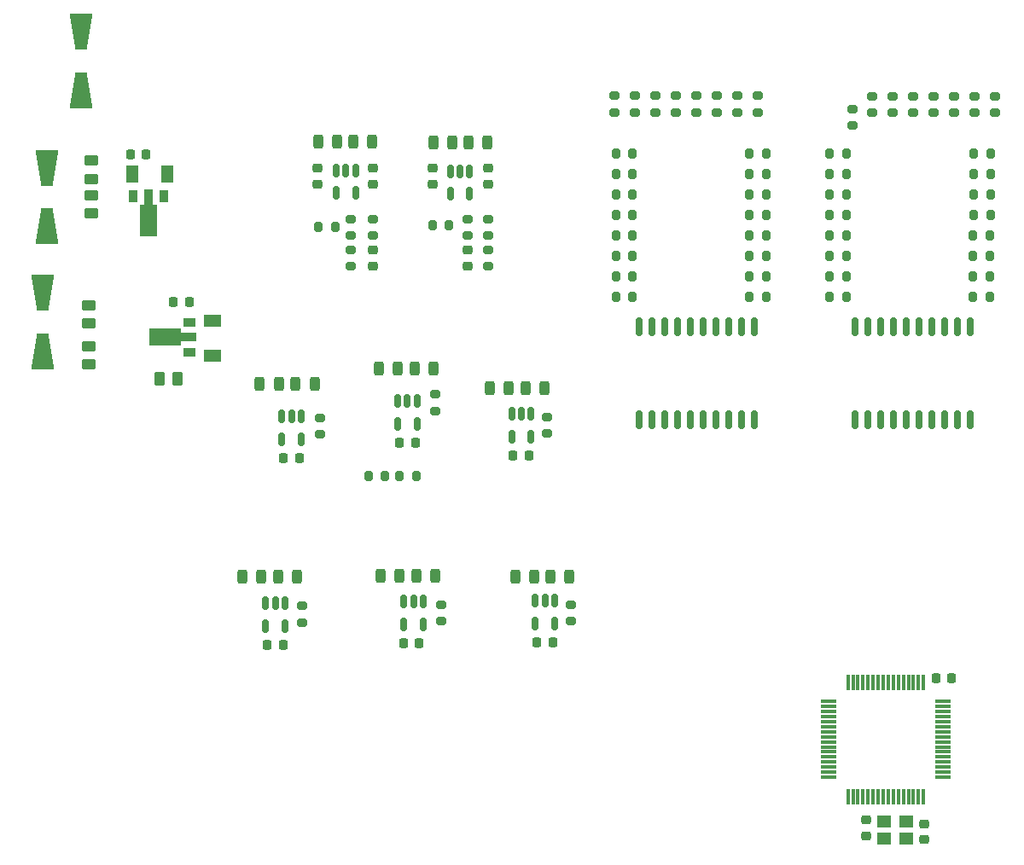
<source format=gbr>
%TF.GenerationSoftware,KiCad,Pcbnew,(6.0.5)*%
%TF.CreationDate,2022-06-26T15:42:30+08:00*%
%TF.ProjectId,lkt100a1,6c6b7431-3030-4613-912e-6b696361645f,rev?*%
%TF.SameCoordinates,Original*%
%TF.FileFunction,Paste,Bot*%
%TF.FilePolarity,Positive*%
%FSLAX46Y46*%
G04 Gerber Fmt 4.6, Leading zero omitted, Abs format (unit mm)*
G04 Created by KiCad (PCBNEW (6.0.5)) date 2022-06-26 15:42:30*
%MOMM*%
%LPD*%
G01*
G04 APERTURE LIST*
G04 Aperture macros list*
%AMRoundRect*
0 Rectangle with rounded corners*
0 $1 Rounding radius*
0 $2 $3 $4 $5 $6 $7 $8 $9 X,Y pos of 4 corners*
0 Add a 4 corners polygon primitive as box body*
4,1,4,$2,$3,$4,$5,$6,$7,$8,$9,$2,$3,0*
0 Add four circle primitives for the rounded corners*
1,1,$1+$1,$2,$3*
1,1,$1+$1,$4,$5*
1,1,$1+$1,$6,$7*
1,1,$1+$1,$8,$9*
0 Add four rect primitives between the rounded corners*
20,1,$1+$1,$2,$3,$4,$5,0*
20,1,$1+$1,$4,$5,$6,$7,0*
20,1,$1+$1,$6,$7,$8,$9,0*
20,1,$1+$1,$8,$9,$2,$3,0*%
%AMOutline4P*
0 Free polygon, 4 corners , with rotation*
0 The origin of the aperture is its center*
0 number of corners: always 4*
0 $1 to $8 corner X, Y*
0 $9 Rotation angle, in degrees counterclockwise*
0 create outline with 4 corners*
4,1,4,$1,$2,$3,$4,$5,$6,$7,$8,$1,$2,$9*%
%AMFreePoly0*
4,1,9,3.862500,-0.866500,0.737500,-0.866500,0.737500,-0.450000,-0.737500,-0.450000,-0.737500,0.450000,0.737500,0.450000,0.737500,0.866500,3.862500,0.866500,3.862500,-0.866500,3.862500,-0.866500,$1*%
G04 Aperture macros list end*
%ADD10RoundRect,0.200000X0.275000X-0.200000X0.275000X0.200000X-0.275000X0.200000X-0.275000X-0.200000X0*%
%ADD11RoundRect,0.200000X-0.275000X0.200000X-0.275000X-0.200000X0.275000X-0.200000X0.275000X0.200000X0*%
%ADD12RoundRect,0.200000X-0.200000X-0.275000X0.200000X-0.275000X0.200000X0.275000X-0.200000X0.275000X0*%
%ADD13RoundRect,0.250000X-0.262500X-0.450000X0.262500X-0.450000X0.262500X0.450000X-0.262500X0.450000X0*%
%ADD14R,0.900000X1.300000*%
%ADD15FreePoly0,270.000000*%
%ADD16RoundRect,0.150000X-0.150000X0.512500X-0.150000X-0.512500X0.150000X-0.512500X0.150000X0.512500X0*%
%ADD17RoundRect,0.243750X-0.243750X-0.456250X0.243750X-0.456250X0.243750X0.456250X-0.243750X0.456250X0*%
%ADD18RoundRect,0.150000X0.150000X-0.800000X0.150000X0.800000X-0.150000X0.800000X-0.150000X-0.800000X0*%
%ADD19RoundRect,0.250000X0.450000X-0.262500X0.450000X0.262500X-0.450000X0.262500X-0.450000X-0.262500X0*%
%ADD20Outline4P,-1.800000X-1.150000X1.800000X-0.550000X1.800000X0.550000X-1.800000X1.150000X270.000000*%
%ADD21Outline4P,-1.800000X-1.150000X1.800000X-0.550000X1.800000X0.550000X-1.800000X1.150000X90.000000*%
%ADD22RoundRect,0.225000X0.225000X0.250000X-0.225000X0.250000X-0.225000X-0.250000X0.225000X-0.250000X0*%
%ADD23RoundRect,0.200000X0.200000X0.275000X-0.200000X0.275000X-0.200000X-0.275000X0.200000X-0.275000X0*%
%ADD24RoundRect,0.225000X-0.250000X0.225000X-0.250000X-0.225000X0.250000X-0.225000X0.250000X0.225000X0*%
%ADD25RoundRect,0.075000X0.075000X-0.700000X0.075000X0.700000X-0.075000X0.700000X-0.075000X-0.700000X0*%
%ADD26RoundRect,0.075000X0.700000X-0.075000X0.700000X0.075000X-0.700000X0.075000X-0.700000X-0.075000X0*%
%ADD27RoundRect,0.225000X0.250000X-0.225000X0.250000X0.225000X-0.250000X0.225000X-0.250000X-0.225000X0*%
%ADD28R,1.400000X1.200000*%
%ADD29R,1.700000X1.300000*%
%ADD30R,1.300000X0.900000*%
%ADD31FreePoly0,180.000000*%
%ADD32RoundRect,0.225000X-0.225000X-0.250000X0.225000X-0.250000X0.225000X0.250000X-0.225000X0.250000X0*%
%ADD33R,1.300000X1.700000*%
G04 APERTURE END LIST*
D10*
%TO.C,R108*%
X144103600Y-62024809D03*
X144103600Y-60374809D03*
%TD*%
D11*
%TO.C,R51*%
X102756000Y-88710000D03*
X102756000Y-90360000D03*
%TD*%
%TO.C,R61*%
X103314200Y-109563400D03*
X103314200Y-111213400D03*
%TD*%
D12*
%TO.C,R99*%
X120637800Y-64820800D03*
X122287800Y-64820800D03*
%TD*%
D13*
%TO.C,R32*%
X75338300Y-87172800D03*
X77163300Y-87172800D03*
%TD*%
D10*
%TO.C,R114*%
X124587000Y-60706000D03*
X124587000Y-59056000D03*
%TD*%
D14*
%TO.C,U9*%
X72769600Y-69063600D03*
D15*
X74269600Y-69151100D03*
D14*
X75769600Y-69063600D03*
%TD*%
D16*
%TO.C,U20*%
X85892600Y-109423200D03*
X86842600Y-109423200D03*
X87792600Y-109423200D03*
X87792600Y-111698200D03*
X85892600Y-111698200D03*
%TD*%
D10*
%TO.C,R107*%
X146050000Y-60769000D03*
X146050000Y-59119000D03*
%TD*%
D17*
%TO.C,D27*%
X100878100Y-106680000D03*
X102753100Y-106680000D03*
%TD*%
D18*
%TO.C,U22*%
X134366000Y-91214000D03*
X133096000Y-91214000D03*
X131826000Y-91214000D03*
X130556000Y-91214000D03*
X129286000Y-91214000D03*
X128016000Y-91214000D03*
X126746000Y-91214000D03*
X125476000Y-91214000D03*
X124206000Y-91214000D03*
X122936000Y-91214000D03*
X122936000Y-82014000D03*
X124206000Y-82014000D03*
X125476000Y-82014000D03*
X126746000Y-82014000D03*
X128016000Y-82014000D03*
X129286000Y-82014000D03*
X130556000Y-82014000D03*
X131826000Y-82014000D03*
X133096000Y-82014000D03*
X134366000Y-82014000D03*
%TD*%
D12*
%TO.C,R100*%
X133892000Y-64770000D03*
X135542000Y-64770000D03*
%TD*%
D17*
%TO.C,D18*%
X97119500Y-86131400D03*
X98994500Y-86131400D03*
%TD*%
D19*
%TO.C,R23*%
X68580000Y-67354500D03*
X68580000Y-65529500D03*
%TD*%
D17*
%TO.C,D32*%
X102567500Y-63690000D03*
X104442500Y-63690000D03*
%TD*%
D10*
%TO.C,R115*%
X122555000Y-60706000D03*
X122555000Y-59056000D03*
%TD*%
D12*
%TO.C,R80*%
X133892000Y-74930000D03*
X135542000Y-74930000D03*
%TD*%
D16*
%TO.C,U18*%
X112654000Y-109200100D03*
X113604000Y-109200100D03*
X114554000Y-109200100D03*
X114554000Y-111475100D03*
X112654000Y-111475100D03*
%TD*%
D11*
%TO.C,R54*%
X107950000Y-74359000D03*
X107950000Y-76009000D03*
%TD*%
D12*
%TO.C,R22*%
X99188000Y-96774000D03*
X100838000Y-96774000D03*
%TD*%
D20*
%TO.C,D10*%
X63754000Y-78634000D03*
D21*
X63754000Y-84434000D03*
%TD*%
D10*
%TO.C,R111*%
X130683000Y-60706000D03*
X130683000Y-59056000D03*
%TD*%
D19*
%TO.C,R19*%
X68326000Y-85748500D03*
X68326000Y-83923500D03*
%TD*%
D16*
%TO.C,U17*%
X92903000Y-66463500D03*
X93853000Y-66463500D03*
X94803000Y-66463500D03*
X94803000Y-68738500D03*
X92903000Y-68738500D03*
%TD*%
D12*
%TO.C,R79*%
X120637800Y-74980800D03*
X122287800Y-74980800D03*
%TD*%
D10*
%TO.C,R104*%
X152146000Y-60769000D03*
X152146000Y-59119000D03*
%TD*%
D12*
%TO.C,R72*%
X133892000Y-78994000D03*
X135542000Y-78994000D03*
%TD*%
D22*
%TO.C,C53*%
X87617600Y-113538000D03*
X86067600Y-113538000D03*
%TD*%
D23*
%TO.C,R28*%
X97726000Y-96774000D03*
X96076000Y-96774000D03*
%TD*%
D12*
%TO.C,R89*%
X141860000Y-74930000D03*
X143510000Y-74930000D03*
%TD*%
D24*
%TO.C,C50*%
X91059000Y-66268000D03*
X91059000Y-67818000D03*
%TD*%
D11*
%TO.C,R53*%
X91249800Y-91021400D03*
X91249800Y-92671400D03*
%TD*%
D12*
%TO.C,R71*%
X120637800Y-79044800D03*
X122287800Y-79044800D03*
%TD*%
D10*
%TO.C,R57*%
X96520000Y-72948000D03*
X96520000Y-71298000D03*
%TD*%
D16*
%TO.C,U15*%
X87505800Y-90912100D03*
X88455800Y-90912100D03*
X89405800Y-90912100D03*
X89405800Y-93187100D03*
X87505800Y-93187100D03*
%TD*%
D10*
%TO.C,R116*%
X120523000Y-60706000D03*
X120523000Y-59056000D03*
%TD*%
D17*
%TO.C,D29*%
X87149700Y-106781600D03*
X89024700Y-106781600D03*
%TD*%
D10*
%TO.C,R59*%
X94361000Y-72948000D03*
X94361000Y-71298000D03*
%TD*%
D11*
%TO.C,R62*%
X89484200Y-109715800D03*
X89484200Y-111365800D03*
%TD*%
D25*
%TO.C,U24*%
X151164800Y-128624000D03*
X150664800Y-128624000D03*
X150164800Y-128624000D03*
X149664800Y-128624000D03*
X149164800Y-128624000D03*
X148664800Y-128624000D03*
X148164800Y-128624000D03*
X147664800Y-128624000D03*
X147164800Y-128624000D03*
X146664800Y-128624000D03*
X146164800Y-128624000D03*
X145664800Y-128624000D03*
X145164800Y-128624000D03*
X144664800Y-128624000D03*
X144164800Y-128624000D03*
X143664800Y-128624000D03*
D26*
X141739800Y-126699000D03*
X141739800Y-126199000D03*
X141739800Y-125699000D03*
X141739800Y-125199000D03*
X141739800Y-124699000D03*
X141739800Y-124199000D03*
X141739800Y-123699000D03*
X141739800Y-123199000D03*
X141739800Y-122699000D03*
X141739800Y-122199000D03*
X141739800Y-121699000D03*
X141739800Y-121199000D03*
X141739800Y-120699000D03*
X141739800Y-120199000D03*
X141739800Y-119699000D03*
X141739800Y-119199000D03*
D25*
X143664800Y-117274000D03*
X144164800Y-117274000D03*
X144664800Y-117274000D03*
X145164800Y-117274000D03*
X145664800Y-117274000D03*
X146164800Y-117274000D03*
X146664800Y-117274000D03*
X147164800Y-117274000D03*
X147664800Y-117274000D03*
X148164800Y-117274000D03*
X148664800Y-117274000D03*
X149164800Y-117274000D03*
X149664800Y-117274000D03*
X150164800Y-117274000D03*
X150664800Y-117274000D03*
X151164800Y-117274000D03*
D26*
X153089800Y-119199000D03*
X153089800Y-119699000D03*
X153089800Y-120199000D03*
X153089800Y-120699000D03*
X153089800Y-121199000D03*
X153089800Y-121699000D03*
X153089800Y-122199000D03*
X153089800Y-122699000D03*
X153089800Y-123199000D03*
X153089800Y-123699000D03*
X153089800Y-124199000D03*
X153089800Y-124699000D03*
X153089800Y-125199000D03*
X153089800Y-125699000D03*
X153089800Y-126199000D03*
X153089800Y-126699000D03*
%TD*%
D19*
%TO.C,R18*%
X68326000Y-81684500D03*
X68326000Y-79859500D03*
%TD*%
D10*
%TO.C,R112*%
X128651000Y-60706000D03*
X128651000Y-59056000D03*
%TD*%
D16*
%TO.C,U13*%
X99012000Y-89337300D03*
X99962000Y-89337300D03*
X100912000Y-89337300D03*
X100912000Y-91612300D03*
X99012000Y-91612300D03*
%TD*%
D22*
%TO.C,C41*%
X74028600Y-64871600D03*
X72478600Y-64871600D03*
%TD*%
D19*
%TO.C,R24*%
X68580000Y-70761509D03*
X68580000Y-68936509D03*
%TD*%
D17*
%TO.C,D20*%
X108143100Y-88068300D03*
X110018100Y-88068300D03*
%TD*%
%TO.C,D22*%
X85308500Y-87655400D03*
X87183500Y-87655400D03*
%TD*%
D27*
%TO.C,C47*%
X105918000Y-75959000D03*
X105918000Y-74409000D03*
%TD*%
D16*
%TO.C,U16*%
X104206000Y-66553500D03*
X105156000Y-66553500D03*
X106106000Y-66553500D03*
X106106000Y-68828500D03*
X104206000Y-68828500D03*
%TD*%
D21*
%TO.C,D2*%
X67564000Y-58526000D03*
D20*
X67564000Y-52726000D03*
%TD*%
D17*
%TO.C,D28*%
X83593700Y-106781600D03*
X85468700Y-106781600D03*
%TD*%
D12*
%TO.C,R87*%
X120637800Y-70916800D03*
X122287800Y-70916800D03*
%TD*%
%TO.C,R64*%
X91123000Y-72123000D03*
X92773000Y-72123000D03*
%TD*%
%TO.C,R69*%
X141860000Y-64770000D03*
X143510000Y-64770000D03*
%TD*%
%TO.C,R84*%
X133892000Y-72898000D03*
X135542000Y-72898000D03*
%TD*%
D22*
%TO.C,C44*%
X89230800Y-94996000D03*
X87680800Y-94996000D03*
%TD*%
D12*
%TO.C,R92*%
X133892000Y-68834000D03*
X135542000Y-68834000D03*
%TD*%
D16*
%TO.C,U14*%
X110315000Y-90632700D03*
X111265000Y-90632700D03*
X112215000Y-90632700D03*
X112215000Y-92907700D03*
X110315000Y-92907700D03*
%TD*%
D11*
%TO.C,R60*%
X116194800Y-109563400D03*
X116194800Y-111213400D03*
%TD*%
D17*
%TO.C,D26*%
X97322100Y-106680000D03*
X99197100Y-106680000D03*
%TD*%
D12*
%TO.C,R76*%
X133892000Y-76962000D03*
X135542000Y-76962000D03*
%TD*%
%TO.C,R75*%
X120637800Y-77012800D03*
X122287800Y-77012800D03*
%TD*%
%TO.C,R91*%
X120637800Y-68884800D03*
X122287800Y-68884800D03*
%TD*%
D27*
%TO.C,C59*%
X145429600Y-132523600D03*
X145429600Y-130973600D03*
%TD*%
D22*
%TO.C,C43*%
X111989200Y-94818200D03*
X110439200Y-94818200D03*
%TD*%
%TO.C,C51*%
X114379000Y-113284000D03*
X112829000Y-113284000D03*
%TD*%
D10*
%TO.C,R105*%
X150114000Y-60769000D03*
X150114000Y-59119000D03*
%TD*%
D12*
%TO.C,R90*%
X156068500Y-74930000D03*
X157718500Y-74930000D03*
%TD*%
D18*
%TO.C,U21*%
X155829000Y-91214000D03*
X154559000Y-91214000D03*
X153289000Y-91214000D03*
X152019000Y-91214000D03*
X150749000Y-91214000D03*
X149479000Y-91214000D03*
X148209000Y-91214000D03*
X146939000Y-91214000D03*
X145669000Y-91214000D03*
X144399000Y-91214000D03*
X144399000Y-82014000D03*
X145669000Y-82014000D03*
X146939000Y-82014000D03*
X148209000Y-82014000D03*
X149479000Y-82014000D03*
X150749000Y-82014000D03*
X152019000Y-82014000D03*
X153289000Y-82014000D03*
X154559000Y-82014000D03*
X155829000Y-82014000D03*
%TD*%
D12*
%TO.C,R77*%
X141860000Y-68834000D03*
X143510000Y-68834000D03*
%TD*%
D17*
%TO.C,D30*%
X91137500Y-63627000D03*
X93012500Y-63627000D03*
%TD*%
D10*
%TO.C,R110*%
X132715000Y-60706000D03*
X132715000Y-59056000D03*
%TD*%
D12*
%TO.C,R82*%
X156147000Y-70866000D03*
X157797000Y-70866000D03*
%TD*%
%TO.C,R73*%
X141860000Y-66802000D03*
X143510000Y-66802000D03*
%TD*%
%TO.C,R95*%
X120637800Y-66852800D03*
X122287800Y-66852800D03*
%TD*%
%TO.C,R88*%
X133892000Y-70866000D03*
X135542000Y-70866000D03*
%TD*%
D10*
%TO.C,R113*%
X126619000Y-60706000D03*
X126619000Y-59056000D03*
%TD*%
%TO.C,R101*%
X158242000Y-60769000D03*
X158242000Y-59119000D03*
%TD*%
%TO.C,R103*%
X154178000Y-60769000D03*
X154178000Y-59119000D03*
%TD*%
D16*
%TO.C,U19*%
X99621000Y-109301700D03*
X100571000Y-109301700D03*
X101521000Y-109301700D03*
X101521000Y-111576700D03*
X99621000Y-111576700D03*
%TD*%
D12*
%TO.C,R94*%
X156068500Y-76962000D03*
X157718500Y-76962000D03*
%TD*%
%TO.C,R83*%
X120637800Y-72948800D03*
X122287800Y-72948800D03*
%TD*%
%TO.C,R86*%
X156084000Y-72898000D03*
X157734000Y-72898000D03*
%TD*%
D11*
%TO.C,R55*%
X94361000Y-74346000D03*
X94361000Y-75996000D03*
%TD*%
D10*
%TO.C,R102*%
X156210000Y-60769000D03*
X156210000Y-59119000D03*
%TD*%
D22*
%TO.C,C42*%
X100737000Y-93472000D03*
X99187000Y-93472000D03*
%TD*%
D10*
%TO.C,R58*%
X105918000Y-72961000D03*
X105918000Y-71311000D03*
%TD*%
D17*
%TO.C,D24*%
X110695500Y-106801500D03*
X112570500Y-106801500D03*
%TD*%
%TO.C,D21*%
X111699100Y-88068300D03*
X113574100Y-88068300D03*
%TD*%
%TO.C,D31*%
X94566500Y-63627000D03*
X96441500Y-63627000D03*
%TD*%
%TO.C,D19*%
X100675500Y-86131400D03*
X102550500Y-86131400D03*
%TD*%
D28*
%TO.C,Y1*%
X147236000Y-131077600D03*
X149436000Y-131077600D03*
X149436000Y-132777600D03*
X147236000Y-132777600D03*
%TD*%
D24*
%TO.C,C46*%
X96520000Y-66268000D03*
X96520000Y-67818000D03*
%TD*%
D29*
%TO.C,D16*%
X80619600Y-81409600D03*
X80619600Y-84909600D03*
%TD*%
D10*
%TO.C,R106*%
X148082000Y-60769000D03*
X148082000Y-59119000D03*
%TD*%
D17*
%TO.C,D33*%
X105996500Y-63690000D03*
X107871500Y-63690000D03*
%TD*%
D12*
%TO.C,R70*%
X156147000Y-64770000D03*
X157797000Y-64770000D03*
%TD*%
D10*
%TO.C,R109*%
X134747000Y-60706000D03*
X134747000Y-59056000D03*
%TD*%
D24*
%TO.C,C58*%
X151220800Y-131329200D03*
X151220800Y-132879200D03*
%TD*%
D17*
%TO.C,D23*%
X88864500Y-87655400D03*
X90739500Y-87655400D03*
%TD*%
D22*
%TO.C,C57*%
X153937000Y-116890800D03*
X152387000Y-116890800D03*
%TD*%
D20*
%TO.C,D9*%
X64198500Y-66230500D03*
D21*
X64198500Y-72030500D03*
%TD*%
D12*
%TO.C,R97*%
X141860000Y-78994000D03*
X143510000Y-78994000D03*
%TD*%
D30*
%TO.C,U8*%
X78358000Y-81545000D03*
D31*
X78270500Y-83045000D03*
D30*
X78358000Y-84545000D03*
%TD*%
D32*
%TO.C,C40*%
X76745800Y-79552800D03*
X78295800Y-79552800D03*
%TD*%
D12*
%TO.C,R96*%
X133892000Y-66802000D03*
X135542000Y-66802000D03*
%TD*%
%TO.C,R74*%
X156147000Y-66802000D03*
X157797000Y-66802000D03*
%TD*%
D24*
%TO.C,C45*%
X107950000Y-66281000D03*
X107950000Y-67831000D03*
%TD*%
D22*
%TO.C,C52*%
X101105000Y-113385600D03*
X99555000Y-113385600D03*
%TD*%
D27*
%TO.C,C48*%
X96520000Y-75946000D03*
X96520000Y-74396000D03*
%TD*%
D33*
%TO.C,D17*%
X76121200Y-66802000D03*
X72621200Y-66802000D03*
%TD*%
D12*
%TO.C,R85*%
X141860000Y-72898000D03*
X143510000Y-72898000D03*
%TD*%
%TO.C,R81*%
X141860000Y-70866000D03*
X143510000Y-70866000D03*
%TD*%
D24*
%TO.C,C49*%
X102489000Y-66281000D03*
X102489000Y-67831000D03*
%TD*%
D10*
%TO.C,R56*%
X107950000Y-72961000D03*
X107950000Y-71311000D03*
%TD*%
D12*
%TO.C,R78*%
X156147000Y-68834000D03*
X157797000Y-68834000D03*
%TD*%
%TO.C,R63*%
X102426000Y-71882000D03*
X104076000Y-71882000D03*
%TD*%
D11*
%TO.C,R52*%
X113805000Y-90945200D03*
X113805000Y-92595200D03*
%TD*%
D12*
%TO.C,R98*%
X156068500Y-78994000D03*
X157718500Y-78994000D03*
%TD*%
D17*
%TO.C,D25*%
X114124500Y-106801500D03*
X115999500Y-106801500D03*
%TD*%
D12*
%TO.C,R93*%
X141860000Y-76962000D03*
X143510000Y-76962000D03*
%TD*%
M02*

</source>
